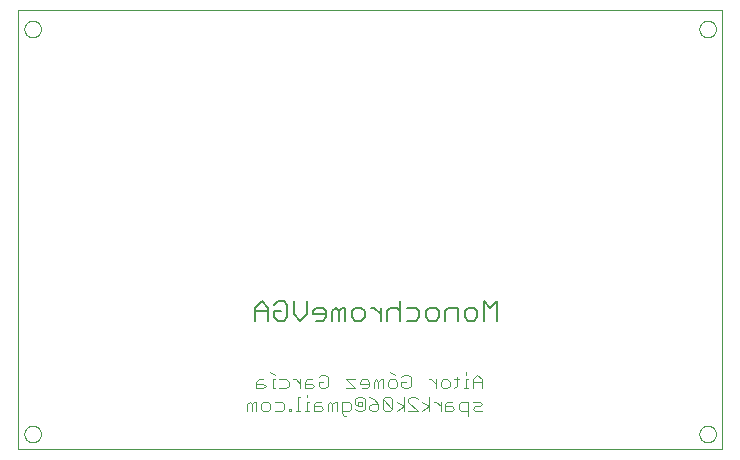
<source format=gbo>
G75*
%MOIN*%
%OFA0B0*%
%FSLAX25Y25*%
%IPPOS*%
%LPD*%
%AMOC8*
5,1,8,0,0,1.08239X$1,22.5*
%
%ADD10C,0.00000*%
%ADD11C,0.00600*%
%ADD12C,0.00400*%
D10*
X0025955Y0001800D02*
X0025955Y0148001D01*
X0260876Y0148001D01*
X0260876Y0001800D01*
X0025955Y0001800D01*
X0028199Y0006800D02*
X0028201Y0006905D01*
X0028207Y0007010D01*
X0028217Y0007114D01*
X0028231Y0007218D01*
X0028249Y0007322D01*
X0028271Y0007424D01*
X0028296Y0007526D01*
X0028326Y0007627D01*
X0028359Y0007726D01*
X0028396Y0007824D01*
X0028437Y0007921D01*
X0028482Y0008016D01*
X0028530Y0008109D01*
X0028581Y0008201D01*
X0028637Y0008290D01*
X0028695Y0008377D01*
X0028757Y0008462D01*
X0028821Y0008545D01*
X0028889Y0008625D01*
X0028960Y0008702D01*
X0029034Y0008776D01*
X0029111Y0008848D01*
X0029190Y0008917D01*
X0029272Y0008982D01*
X0029356Y0009045D01*
X0029443Y0009104D01*
X0029532Y0009160D01*
X0029623Y0009213D01*
X0029716Y0009262D01*
X0029810Y0009307D01*
X0029906Y0009349D01*
X0030004Y0009387D01*
X0030103Y0009421D01*
X0030204Y0009452D01*
X0030305Y0009478D01*
X0030408Y0009501D01*
X0030511Y0009520D01*
X0030615Y0009535D01*
X0030719Y0009546D01*
X0030824Y0009553D01*
X0030929Y0009556D01*
X0031034Y0009555D01*
X0031139Y0009550D01*
X0031243Y0009541D01*
X0031347Y0009528D01*
X0031451Y0009511D01*
X0031554Y0009490D01*
X0031656Y0009465D01*
X0031757Y0009437D01*
X0031856Y0009404D01*
X0031955Y0009368D01*
X0032052Y0009328D01*
X0032147Y0009285D01*
X0032241Y0009237D01*
X0032333Y0009187D01*
X0032423Y0009133D01*
X0032511Y0009075D01*
X0032596Y0009014D01*
X0032679Y0008950D01*
X0032760Y0008883D01*
X0032838Y0008813D01*
X0032913Y0008739D01*
X0032985Y0008664D01*
X0033055Y0008585D01*
X0033121Y0008504D01*
X0033185Y0008420D01*
X0033245Y0008334D01*
X0033301Y0008246D01*
X0033355Y0008155D01*
X0033405Y0008063D01*
X0033451Y0007969D01*
X0033494Y0007873D01*
X0033533Y0007775D01*
X0033568Y0007677D01*
X0033599Y0007576D01*
X0033627Y0007475D01*
X0033651Y0007373D01*
X0033671Y0007270D01*
X0033687Y0007166D01*
X0033699Y0007062D01*
X0033707Y0006957D01*
X0033711Y0006852D01*
X0033711Y0006748D01*
X0033707Y0006643D01*
X0033699Y0006538D01*
X0033687Y0006434D01*
X0033671Y0006330D01*
X0033651Y0006227D01*
X0033627Y0006125D01*
X0033599Y0006024D01*
X0033568Y0005923D01*
X0033533Y0005825D01*
X0033494Y0005727D01*
X0033451Y0005631D01*
X0033405Y0005537D01*
X0033355Y0005445D01*
X0033301Y0005354D01*
X0033245Y0005266D01*
X0033185Y0005180D01*
X0033121Y0005096D01*
X0033055Y0005015D01*
X0032985Y0004936D01*
X0032913Y0004861D01*
X0032838Y0004787D01*
X0032760Y0004717D01*
X0032679Y0004650D01*
X0032596Y0004586D01*
X0032511Y0004525D01*
X0032423Y0004467D01*
X0032333Y0004413D01*
X0032241Y0004363D01*
X0032147Y0004315D01*
X0032052Y0004272D01*
X0031955Y0004232D01*
X0031856Y0004196D01*
X0031757Y0004163D01*
X0031656Y0004135D01*
X0031554Y0004110D01*
X0031451Y0004089D01*
X0031347Y0004072D01*
X0031243Y0004059D01*
X0031139Y0004050D01*
X0031034Y0004045D01*
X0030929Y0004044D01*
X0030824Y0004047D01*
X0030719Y0004054D01*
X0030615Y0004065D01*
X0030511Y0004080D01*
X0030408Y0004099D01*
X0030305Y0004122D01*
X0030204Y0004148D01*
X0030103Y0004179D01*
X0030004Y0004213D01*
X0029906Y0004251D01*
X0029810Y0004293D01*
X0029716Y0004338D01*
X0029623Y0004387D01*
X0029532Y0004440D01*
X0029443Y0004496D01*
X0029356Y0004555D01*
X0029272Y0004618D01*
X0029190Y0004683D01*
X0029111Y0004752D01*
X0029034Y0004824D01*
X0028960Y0004898D01*
X0028889Y0004975D01*
X0028821Y0005055D01*
X0028757Y0005138D01*
X0028695Y0005223D01*
X0028637Y0005310D01*
X0028581Y0005399D01*
X0028530Y0005491D01*
X0028482Y0005584D01*
X0028437Y0005679D01*
X0028396Y0005776D01*
X0028359Y0005874D01*
X0028326Y0005973D01*
X0028296Y0006074D01*
X0028271Y0006176D01*
X0028249Y0006278D01*
X0028231Y0006382D01*
X0028217Y0006486D01*
X0028207Y0006590D01*
X0028201Y0006695D01*
X0028199Y0006800D01*
X0253199Y0006800D02*
X0253201Y0006905D01*
X0253207Y0007010D01*
X0253217Y0007114D01*
X0253231Y0007218D01*
X0253249Y0007322D01*
X0253271Y0007424D01*
X0253296Y0007526D01*
X0253326Y0007627D01*
X0253359Y0007726D01*
X0253396Y0007824D01*
X0253437Y0007921D01*
X0253482Y0008016D01*
X0253530Y0008109D01*
X0253581Y0008201D01*
X0253637Y0008290D01*
X0253695Y0008377D01*
X0253757Y0008462D01*
X0253821Y0008545D01*
X0253889Y0008625D01*
X0253960Y0008702D01*
X0254034Y0008776D01*
X0254111Y0008848D01*
X0254190Y0008917D01*
X0254272Y0008982D01*
X0254356Y0009045D01*
X0254443Y0009104D01*
X0254532Y0009160D01*
X0254623Y0009213D01*
X0254716Y0009262D01*
X0254810Y0009307D01*
X0254906Y0009349D01*
X0255004Y0009387D01*
X0255103Y0009421D01*
X0255204Y0009452D01*
X0255305Y0009478D01*
X0255408Y0009501D01*
X0255511Y0009520D01*
X0255615Y0009535D01*
X0255719Y0009546D01*
X0255824Y0009553D01*
X0255929Y0009556D01*
X0256034Y0009555D01*
X0256139Y0009550D01*
X0256243Y0009541D01*
X0256347Y0009528D01*
X0256451Y0009511D01*
X0256554Y0009490D01*
X0256656Y0009465D01*
X0256757Y0009437D01*
X0256856Y0009404D01*
X0256955Y0009368D01*
X0257052Y0009328D01*
X0257147Y0009285D01*
X0257241Y0009237D01*
X0257333Y0009187D01*
X0257423Y0009133D01*
X0257511Y0009075D01*
X0257596Y0009014D01*
X0257679Y0008950D01*
X0257760Y0008883D01*
X0257838Y0008813D01*
X0257913Y0008739D01*
X0257985Y0008664D01*
X0258055Y0008585D01*
X0258121Y0008504D01*
X0258185Y0008420D01*
X0258245Y0008334D01*
X0258301Y0008246D01*
X0258355Y0008155D01*
X0258405Y0008063D01*
X0258451Y0007969D01*
X0258494Y0007873D01*
X0258533Y0007775D01*
X0258568Y0007677D01*
X0258599Y0007576D01*
X0258627Y0007475D01*
X0258651Y0007373D01*
X0258671Y0007270D01*
X0258687Y0007166D01*
X0258699Y0007062D01*
X0258707Y0006957D01*
X0258711Y0006852D01*
X0258711Y0006748D01*
X0258707Y0006643D01*
X0258699Y0006538D01*
X0258687Y0006434D01*
X0258671Y0006330D01*
X0258651Y0006227D01*
X0258627Y0006125D01*
X0258599Y0006024D01*
X0258568Y0005923D01*
X0258533Y0005825D01*
X0258494Y0005727D01*
X0258451Y0005631D01*
X0258405Y0005537D01*
X0258355Y0005445D01*
X0258301Y0005354D01*
X0258245Y0005266D01*
X0258185Y0005180D01*
X0258121Y0005096D01*
X0258055Y0005015D01*
X0257985Y0004936D01*
X0257913Y0004861D01*
X0257838Y0004787D01*
X0257760Y0004717D01*
X0257679Y0004650D01*
X0257596Y0004586D01*
X0257511Y0004525D01*
X0257423Y0004467D01*
X0257333Y0004413D01*
X0257241Y0004363D01*
X0257147Y0004315D01*
X0257052Y0004272D01*
X0256955Y0004232D01*
X0256856Y0004196D01*
X0256757Y0004163D01*
X0256656Y0004135D01*
X0256554Y0004110D01*
X0256451Y0004089D01*
X0256347Y0004072D01*
X0256243Y0004059D01*
X0256139Y0004050D01*
X0256034Y0004045D01*
X0255929Y0004044D01*
X0255824Y0004047D01*
X0255719Y0004054D01*
X0255615Y0004065D01*
X0255511Y0004080D01*
X0255408Y0004099D01*
X0255305Y0004122D01*
X0255204Y0004148D01*
X0255103Y0004179D01*
X0255004Y0004213D01*
X0254906Y0004251D01*
X0254810Y0004293D01*
X0254716Y0004338D01*
X0254623Y0004387D01*
X0254532Y0004440D01*
X0254443Y0004496D01*
X0254356Y0004555D01*
X0254272Y0004618D01*
X0254190Y0004683D01*
X0254111Y0004752D01*
X0254034Y0004824D01*
X0253960Y0004898D01*
X0253889Y0004975D01*
X0253821Y0005055D01*
X0253757Y0005138D01*
X0253695Y0005223D01*
X0253637Y0005310D01*
X0253581Y0005399D01*
X0253530Y0005491D01*
X0253482Y0005584D01*
X0253437Y0005679D01*
X0253396Y0005776D01*
X0253359Y0005874D01*
X0253326Y0005973D01*
X0253296Y0006074D01*
X0253271Y0006176D01*
X0253249Y0006278D01*
X0253231Y0006382D01*
X0253217Y0006486D01*
X0253207Y0006590D01*
X0253201Y0006695D01*
X0253199Y0006800D01*
X0253199Y0141800D02*
X0253201Y0141905D01*
X0253207Y0142010D01*
X0253217Y0142114D01*
X0253231Y0142218D01*
X0253249Y0142322D01*
X0253271Y0142424D01*
X0253296Y0142526D01*
X0253326Y0142627D01*
X0253359Y0142726D01*
X0253396Y0142824D01*
X0253437Y0142921D01*
X0253482Y0143016D01*
X0253530Y0143109D01*
X0253581Y0143201D01*
X0253637Y0143290D01*
X0253695Y0143377D01*
X0253757Y0143462D01*
X0253821Y0143545D01*
X0253889Y0143625D01*
X0253960Y0143702D01*
X0254034Y0143776D01*
X0254111Y0143848D01*
X0254190Y0143917D01*
X0254272Y0143982D01*
X0254356Y0144045D01*
X0254443Y0144104D01*
X0254532Y0144160D01*
X0254623Y0144213D01*
X0254716Y0144262D01*
X0254810Y0144307D01*
X0254906Y0144349D01*
X0255004Y0144387D01*
X0255103Y0144421D01*
X0255204Y0144452D01*
X0255305Y0144478D01*
X0255408Y0144501D01*
X0255511Y0144520D01*
X0255615Y0144535D01*
X0255719Y0144546D01*
X0255824Y0144553D01*
X0255929Y0144556D01*
X0256034Y0144555D01*
X0256139Y0144550D01*
X0256243Y0144541D01*
X0256347Y0144528D01*
X0256451Y0144511D01*
X0256554Y0144490D01*
X0256656Y0144465D01*
X0256757Y0144437D01*
X0256856Y0144404D01*
X0256955Y0144368D01*
X0257052Y0144328D01*
X0257147Y0144285D01*
X0257241Y0144237D01*
X0257333Y0144187D01*
X0257423Y0144133D01*
X0257511Y0144075D01*
X0257596Y0144014D01*
X0257679Y0143950D01*
X0257760Y0143883D01*
X0257838Y0143813D01*
X0257913Y0143739D01*
X0257985Y0143664D01*
X0258055Y0143585D01*
X0258121Y0143504D01*
X0258185Y0143420D01*
X0258245Y0143334D01*
X0258301Y0143246D01*
X0258355Y0143155D01*
X0258405Y0143063D01*
X0258451Y0142969D01*
X0258494Y0142873D01*
X0258533Y0142775D01*
X0258568Y0142677D01*
X0258599Y0142576D01*
X0258627Y0142475D01*
X0258651Y0142373D01*
X0258671Y0142270D01*
X0258687Y0142166D01*
X0258699Y0142062D01*
X0258707Y0141957D01*
X0258711Y0141852D01*
X0258711Y0141748D01*
X0258707Y0141643D01*
X0258699Y0141538D01*
X0258687Y0141434D01*
X0258671Y0141330D01*
X0258651Y0141227D01*
X0258627Y0141125D01*
X0258599Y0141024D01*
X0258568Y0140923D01*
X0258533Y0140825D01*
X0258494Y0140727D01*
X0258451Y0140631D01*
X0258405Y0140537D01*
X0258355Y0140445D01*
X0258301Y0140354D01*
X0258245Y0140266D01*
X0258185Y0140180D01*
X0258121Y0140096D01*
X0258055Y0140015D01*
X0257985Y0139936D01*
X0257913Y0139861D01*
X0257838Y0139787D01*
X0257760Y0139717D01*
X0257679Y0139650D01*
X0257596Y0139586D01*
X0257511Y0139525D01*
X0257423Y0139467D01*
X0257333Y0139413D01*
X0257241Y0139363D01*
X0257147Y0139315D01*
X0257052Y0139272D01*
X0256955Y0139232D01*
X0256856Y0139196D01*
X0256757Y0139163D01*
X0256656Y0139135D01*
X0256554Y0139110D01*
X0256451Y0139089D01*
X0256347Y0139072D01*
X0256243Y0139059D01*
X0256139Y0139050D01*
X0256034Y0139045D01*
X0255929Y0139044D01*
X0255824Y0139047D01*
X0255719Y0139054D01*
X0255615Y0139065D01*
X0255511Y0139080D01*
X0255408Y0139099D01*
X0255305Y0139122D01*
X0255204Y0139148D01*
X0255103Y0139179D01*
X0255004Y0139213D01*
X0254906Y0139251D01*
X0254810Y0139293D01*
X0254716Y0139338D01*
X0254623Y0139387D01*
X0254532Y0139440D01*
X0254443Y0139496D01*
X0254356Y0139555D01*
X0254272Y0139618D01*
X0254190Y0139683D01*
X0254111Y0139752D01*
X0254034Y0139824D01*
X0253960Y0139898D01*
X0253889Y0139975D01*
X0253821Y0140055D01*
X0253757Y0140138D01*
X0253695Y0140223D01*
X0253637Y0140310D01*
X0253581Y0140399D01*
X0253530Y0140491D01*
X0253482Y0140584D01*
X0253437Y0140679D01*
X0253396Y0140776D01*
X0253359Y0140874D01*
X0253326Y0140973D01*
X0253296Y0141074D01*
X0253271Y0141176D01*
X0253249Y0141278D01*
X0253231Y0141382D01*
X0253217Y0141486D01*
X0253207Y0141590D01*
X0253201Y0141695D01*
X0253199Y0141800D01*
X0028199Y0141800D02*
X0028201Y0141905D01*
X0028207Y0142010D01*
X0028217Y0142114D01*
X0028231Y0142218D01*
X0028249Y0142322D01*
X0028271Y0142424D01*
X0028296Y0142526D01*
X0028326Y0142627D01*
X0028359Y0142726D01*
X0028396Y0142824D01*
X0028437Y0142921D01*
X0028482Y0143016D01*
X0028530Y0143109D01*
X0028581Y0143201D01*
X0028637Y0143290D01*
X0028695Y0143377D01*
X0028757Y0143462D01*
X0028821Y0143545D01*
X0028889Y0143625D01*
X0028960Y0143702D01*
X0029034Y0143776D01*
X0029111Y0143848D01*
X0029190Y0143917D01*
X0029272Y0143982D01*
X0029356Y0144045D01*
X0029443Y0144104D01*
X0029532Y0144160D01*
X0029623Y0144213D01*
X0029716Y0144262D01*
X0029810Y0144307D01*
X0029906Y0144349D01*
X0030004Y0144387D01*
X0030103Y0144421D01*
X0030204Y0144452D01*
X0030305Y0144478D01*
X0030408Y0144501D01*
X0030511Y0144520D01*
X0030615Y0144535D01*
X0030719Y0144546D01*
X0030824Y0144553D01*
X0030929Y0144556D01*
X0031034Y0144555D01*
X0031139Y0144550D01*
X0031243Y0144541D01*
X0031347Y0144528D01*
X0031451Y0144511D01*
X0031554Y0144490D01*
X0031656Y0144465D01*
X0031757Y0144437D01*
X0031856Y0144404D01*
X0031955Y0144368D01*
X0032052Y0144328D01*
X0032147Y0144285D01*
X0032241Y0144237D01*
X0032333Y0144187D01*
X0032423Y0144133D01*
X0032511Y0144075D01*
X0032596Y0144014D01*
X0032679Y0143950D01*
X0032760Y0143883D01*
X0032838Y0143813D01*
X0032913Y0143739D01*
X0032985Y0143664D01*
X0033055Y0143585D01*
X0033121Y0143504D01*
X0033185Y0143420D01*
X0033245Y0143334D01*
X0033301Y0143246D01*
X0033355Y0143155D01*
X0033405Y0143063D01*
X0033451Y0142969D01*
X0033494Y0142873D01*
X0033533Y0142775D01*
X0033568Y0142677D01*
X0033599Y0142576D01*
X0033627Y0142475D01*
X0033651Y0142373D01*
X0033671Y0142270D01*
X0033687Y0142166D01*
X0033699Y0142062D01*
X0033707Y0141957D01*
X0033711Y0141852D01*
X0033711Y0141748D01*
X0033707Y0141643D01*
X0033699Y0141538D01*
X0033687Y0141434D01*
X0033671Y0141330D01*
X0033651Y0141227D01*
X0033627Y0141125D01*
X0033599Y0141024D01*
X0033568Y0140923D01*
X0033533Y0140825D01*
X0033494Y0140727D01*
X0033451Y0140631D01*
X0033405Y0140537D01*
X0033355Y0140445D01*
X0033301Y0140354D01*
X0033245Y0140266D01*
X0033185Y0140180D01*
X0033121Y0140096D01*
X0033055Y0140015D01*
X0032985Y0139936D01*
X0032913Y0139861D01*
X0032838Y0139787D01*
X0032760Y0139717D01*
X0032679Y0139650D01*
X0032596Y0139586D01*
X0032511Y0139525D01*
X0032423Y0139467D01*
X0032333Y0139413D01*
X0032241Y0139363D01*
X0032147Y0139315D01*
X0032052Y0139272D01*
X0031955Y0139232D01*
X0031856Y0139196D01*
X0031757Y0139163D01*
X0031656Y0139135D01*
X0031554Y0139110D01*
X0031451Y0139089D01*
X0031347Y0139072D01*
X0031243Y0139059D01*
X0031139Y0139050D01*
X0031034Y0139045D01*
X0030929Y0139044D01*
X0030824Y0139047D01*
X0030719Y0139054D01*
X0030615Y0139065D01*
X0030511Y0139080D01*
X0030408Y0139099D01*
X0030305Y0139122D01*
X0030204Y0139148D01*
X0030103Y0139179D01*
X0030004Y0139213D01*
X0029906Y0139251D01*
X0029810Y0139293D01*
X0029716Y0139338D01*
X0029623Y0139387D01*
X0029532Y0139440D01*
X0029443Y0139496D01*
X0029356Y0139555D01*
X0029272Y0139618D01*
X0029190Y0139683D01*
X0029111Y0139752D01*
X0029034Y0139824D01*
X0028960Y0139898D01*
X0028889Y0139975D01*
X0028821Y0140055D01*
X0028757Y0140138D01*
X0028695Y0140223D01*
X0028637Y0140310D01*
X0028581Y0140399D01*
X0028530Y0140491D01*
X0028482Y0140584D01*
X0028437Y0140679D01*
X0028396Y0140776D01*
X0028359Y0140874D01*
X0028326Y0140973D01*
X0028296Y0141074D01*
X0028271Y0141176D01*
X0028249Y0141278D01*
X0028231Y0141382D01*
X0028217Y0141486D01*
X0028207Y0141590D01*
X0028201Y0141695D01*
X0028199Y0141800D01*
D11*
X0107248Y0051005D02*
X0105113Y0048870D01*
X0105113Y0044600D01*
X0105113Y0047803D02*
X0109383Y0047803D01*
X0109383Y0048870D02*
X0107248Y0051005D01*
X0109383Y0048870D02*
X0109383Y0044600D01*
X0111559Y0045668D02*
X0111559Y0047803D01*
X0113694Y0047803D01*
X0115829Y0049938D02*
X0115829Y0045668D01*
X0114761Y0044600D01*
X0112626Y0044600D01*
X0111559Y0045668D01*
X0111559Y0049938D02*
X0112626Y0051005D01*
X0114761Y0051005D01*
X0115829Y0049938D01*
X0118004Y0051005D02*
X0118004Y0046735D01*
X0120139Y0044600D01*
X0122274Y0046735D01*
X0122274Y0051005D01*
X0124450Y0047803D02*
X0125517Y0048870D01*
X0127652Y0048870D01*
X0128720Y0047803D01*
X0128720Y0045668D01*
X0127652Y0044600D01*
X0125517Y0044600D01*
X0124450Y0046735D02*
X0128720Y0046735D01*
X0130895Y0047803D02*
X0130895Y0044600D01*
X0133030Y0044600D02*
X0133030Y0047803D01*
X0131963Y0048870D01*
X0130895Y0047803D01*
X0133030Y0047803D02*
X0134098Y0048870D01*
X0135165Y0048870D01*
X0135165Y0044600D01*
X0137341Y0045668D02*
X0137341Y0047803D01*
X0138408Y0048870D01*
X0140543Y0048870D01*
X0141611Y0047803D01*
X0141611Y0045668D01*
X0140543Y0044600D01*
X0138408Y0044600D01*
X0137341Y0045668D01*
X0143779Y0048870D02*
X0144847Y0048870D01*
X0146982Y0046735D01*
X0146982Y0044600D02*
X0146982Y0048870D01*
X0149157Y0047803D02*
X0149157Y0044600D01*
X0149157Y0047803D02*
X0150225Y0048870D01*
X0152360Y0048870D01*
X0153428Y0047803D01*
X0155603Y0048870D02*
X0158806Y0048870D01*
X0159873Y0047803D01*
X0159873Y0045668D01*
X0158806Y0044600D01*
X0155603Y0044600D01*
X0153428Y0044600D02*
X0153428Y0051005D01*
X0162048Y0047803D02*
X0162048Y0045668D01*
X0163116Y0044600D01*
X0165251Y0044600D01*
X0166319Y0045668D01*
X0166319Y0047803D01*
X0165251Y0048870D01*
X0163116Y0048870D01*
X0162048Y0047803D01*
X0168494Y0047803D02*
X0168494Y0044600D01*
X0168494Y0047803D02*
X0169561Y0048870D01*
X0172764Y0048870D01*
X0172764Y0044600D01*
X0174939Y0045668D02*
X0174939Y0047803D01*
X0176007Y0048870D01*
X0178142Y0048870D01*
X0179210Y0047803D01*
X0179210Y0045668D01*
X0178142Y0044600D01*
X0176007Y0044600D01*
X0174939Y0045668D01*
X0181385Y0044600D02*
X0181385Y0051005D01*
X0183520Y0048870D01*
X0185655Y0051005D01*
X0185655Y0044600D01*
X0124450Y0046735D02*
X0124450Y0047803D01*
D12*
X0111696Y0026604D02*
X0110162Y0027371D01*
X0110929Y0025069D02*
X0111696Y0025069D01*
X0110929Y0025069D02*
X0110929Y0022000D01*
X0111696Y0022000D01*
X0113231Y0022000D02*
X0115533Y0022000D01*
X0116300Y0022767D01*
X0116300Y0024302D01*
X0115533Y0025069D01*
X0113231Y0025069D01*
X0117835Y0025069D02*
X0118602Y0025069D01*
X0120137Y0023535D01*
X0120137Y0025069D02*
X0120137Y0022000D01*
X0121671Y0022000D02*
X0123973Y0022000D01*
X0124741Y0022767D01*
X0123973Y0023535D01*
X0121671Y0023535D01*
X0121671Y0024302D02*
X0121671Y0022000D01*
X0122439Y0019871D02*
X0122439Y0019104D01*
X0122439Y0017569D02*
X0122439Y0014500D01*
X0123206Y0014500D02*
X0121671Y0014500D01*
X0120137Y0014500D02*
X0118602Y0014500D01*
X0119369Y0014500D02*
X0119369Y0019104D01*
X0120137Y0019104D01*
X0122439Y0017569D02*
X0123206Y0017569D01*
X0124741Y0016802D02*
X0124741Y0014500D01*
X0127043Y0014500D01*
X0127810Y0015267D01*
X0127043Y0016035D01*
X0124741Y0016035D01*
X0124741Y0016802D02*
X0125508Y0017569D01*
X0127043Y0017569D01*
X0129345Y0016802D02*
X0129345Y0014500D01*
X0130879Y0014500D02*
X0130879Y0016802D01*
X0130112Y0017569D01*
X0129345Y0016802D01*
X0130879Y0016802D02*
X0131647Y0017569D01*
X0132414Y0017569D01*
X0132414Y0014500D01*
X0133949Y0014500D02*
X0136251Y0014500D01*
X0137018Y0015267D01*
X0137018Y0016802D01*
X0136251Y0017569D01*
X0133949Y0017569D01*
X0133949Y0013733D01*
X0134716Y0012965D01*
X0135483Y0012965D01*
X0138552Y0015267D02*
X0139320Y0014500D01*
X0140854Y0014500D01*
X0141622Y0015267D01*
X0141622Y0018337D01*
X0140854Y0019104D01*
X0139320Y0019104D01*
X0138552Y0018337D01*
X0138552Y0016802D01*
X0139320Y0016035D01*
X0139320Y0017569D01*
X0140854Y0017569D01*
X0140854Y0016035D01*
X0139320Y0016035D01*
X0143156Y0016035D02*
X0143924Y0016802D01*
X0146226Y0016802D01*
X0146226Y0015267D01*
X0145458Y0014500D01*
X0143924Y0014500D01*
X0143156Y0015267D01*
X0143156Y0016035D01*
X0144691Y0018337D02*
X0146226Y0016802D01*
X0147760Y0018337D02*
X0147760Y0015267D01*
X0148528Y0014500D01*
X0150062Y0014500D01*
X0150830Y0015267D01*
X0147760Y0018337D01*
X0148528Y0019104D01*
X0150062Y0019104D01*
X0150830Y0018337D01*
X0150830Y0015267D01*
X0152364Y0014500D02*
X0154666Y0016035D01*
X0152364Y0017569D01*
X0154666Y0019104D02*
X0154666Y0014500D01*
X0156201Y0014500D02*
X0159270Y0014500D01*
X0156201Y0017569D01*
X0156201Y0018337D01*
X0156968Y0019104D01*
X0158503Y0019104D01*
X0159270Y0018337D01*
X0160805Y0017569D02*
X0163107Y0016035D01*
X0160805Y0014500D01*
X0163107Y0014500D02*
X0163107Y0019104D01*
X0164641Y0017569D02*
X0165409Y0017569D01*
X0166943Y0016035D01*
X0166943Y0017569D02*
X0166943Y0014500D01*
X0168478Y0014500D02*
X0170780Y0014500D01*
X0171547Y0015267D01*
X0170780Y0016035D01*
X0168478Y0016035D01*
X0168478Y0016802D02*
X0168478Y0014500D01*
X0168478Y0016802D02*
X0169245Y0017569D01*
X0170780Y0017569D01*
X0173082Y0016802D02*
X0173082Y0015267D01*
X0173849Y0014500D01*
X0176151Y0014500D01*
X0176151Y0012965D02*
X0176151Y0017569D01*
X0173849Y0017569D01*
X0173082Y0016802D01*
X0177686Y0017569D02*
X0179988Y0017569D01*
X0180755Y0016802D01*
X0179988Y0016035D01*
X0178453Y0016035D01*
X0177686Y0015267D01*
X0178453Y0014500D01*
X0180755Y0014500D01*
X0180755Y0022000D02*
X0180755Y0025069D01*
X0179220Y0026604D01*
X0177686Y0025069D01*
X0177686Y0022000D01*
X0176151Y0022000D02*
X0174617Y0022000D01*
X0175384Y0022000D02*
X0175384Y0025069D01*
X0176151Y0025069D01*
X0177686Y0024302D02*
X0180755Y0024302D01*
X0175384Y0026604D02*
X0175384Y0027371D01*
X0172315Y0025837D02*
X0172315Y0022767D01*
X0171547Y0022000D01*
X0170013Y0022767D02*
X0169245Y0022000D01*
X0167711Y0022000D01*
X0166943Y0022767D01*
X0166943Y0024302D01*
X0167711Y0025069D01*
X0169245Y0025069D01*
X0170013Y0024302D01*
X0170013Y0022767D01*
X0171547Y0025069D02*
X0173082Y0025069D01*
X0165409Y0025069D02*
X0165409Y0022000D01*
X0165409Y0023535D02*
X0163874Y0025069D01*
X0163107Y0025069D01*
X0156968Y0025837D02*
X0156968Y0022767D01*
X0156201Y0022000D01*
X0154666Y0022000D01*
X0153899Y0022767D01*
X0153899Y0024302D01*
X0155434Y0024302D01*
X0156968Y0025837D02*
X0156201Y0026604D01*
X0154666Y0026604D01*
X0153899Y0025837D01*
X0152364Y0024302D02*
X0151597Y0025069D01*
X0150062Y0025069D01*
X0149295Y0024302D01*
X0149295Y0022767D01*
X0150062Y0022000D01*
X0151597Y0022000D01*
X0152364Y0022767D01*
X0152364Y0024302D01*
X0151597Y0026604D02*
X0150062Y0027371D01*
X0147760Y0025069D02*
X0146993Y0025069D01*
X0146226Y0024302D01*
X0145458Y0025069D01*
X0144691Y0024302D01*
X0144691Y0022000D01*
X0146226Y0022000D02*
X0146226Y0024302D01*
X0147760Y0025069D02*
X0147760Y0022000D01*
X0143156Y0022767D02*
X0143156Y0024302D01*
X0142389Y0025069D01*
X0140854Y0025069D01*
X0140087Y0024302D01*
X0140087Y0023535D01*
X0143156Y0023535D01*
X0143156Y0022767D02*
X0142389Y0022000D01*
X0140854Y0022000D01*
X0138552Y0022000D02*
X0135483Y0022000D01*
X0135483Y0025069D02*
X0138552Y0022000D01*
X0138552Y0025069D02*
X0135483Y0025069D01*
X0129345Y0025837D02*
X0129345Y0022767D01*
X0128577Y0022000D01*
X0127043Y0022000D01*
X0126275Y0022767D01*
X0126275Y0024302D01*
X0127810Y0024302D01*
X0129345Y0025837D02*
X0128577Y0026604D01*
X0127043Y0026604D01*
X0126275Y0025837D01*
X0123973Y0025069D02*
X0122439Y0025069D01*
X0121671Y0024302D01*
X0114766Y0016802D02*
X0113998Y0017569D01*
X0111696Y0017569D01*
X0110162Y0016802D02*
X0110162Y0015267D01*
X0109394Y0014500D01*
X0107860Y0014500D01*
X0107092Y0015267D01*
X0107092Y0016802D01*
X0107860Y0017569D01*
X0109394Y0017569D01*
X0110162Y0016802D01*
X0111696Y0014500D02*
X0113998Y0014500D01*
X0114766Y0015267D01*
X0114766Y0016802D01*
X0116300Y0015267D02*
X0116300Y0014500D01*
X0117068Y0014500D01*
X0117068Y0015267D01*
X0116300Y0015267D01*
X0108627Y0022767D02*
X0107860Y0022000D01*
X0105558Y0022000D01*
X0105558Y0024302D01*
X0106325Y0025069D01*
X0107860Y0025069D01*
X0107860Y0023535D02*
X0105558Y0023535D01*
X0107860Y0023535D02*
X0108627Y0022767D01*
X0105558Y0017569D02*
X0104790Y0017569D01*
X0104023Y0016802D01*
X0103256Y0017569D01*
X0102488Y0016802D01*
X0102488Y0014500D01*
X0104023Y0014500D02*
X0104023Y0016802D01*
X0105558Y0017569D02*
X0105558Y0014500D01*
X0143156Y0019104D02*
X0144691Y0018337D01*
M02*

</source>
